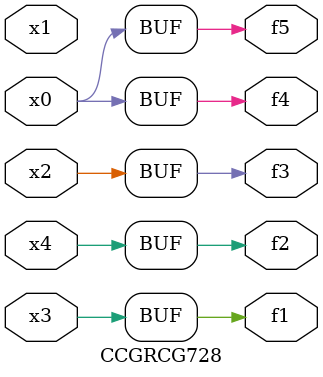
<source format=v>
module CCGRCG728(
	input x0, x1, x2, x3, x4,
	output f1, f2, f3, f4, f5
);
	assign f1 = x3;
	assign f2 = x4;
	assign f3 = x2;
	assign f4 = x0;
	assign f5 = x0;
endmodule

</source>
